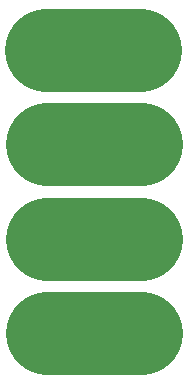
<source format=gbs>
%TF.GenerationSoftware,KiCad,Pcbnew,4.0.5-e0-6337~49~ubuntu16.04.1*%
%TF.CreationDate,2017-01-18T14:25:02-08:00*%
%TF.ProjectId,2x4-Cap-Touch-Slider,3278342D4361702D546F7563682D536C,1.0*%
%TF.FileFunction,Soldermask,Bot*%
%FSLAX46Y46*%
G04 Gerber Fmt 4.6, Leading zero omitted, Abs format (unit mm)*
G04 Created by KiCad (PCBNEW 4.0.5-e0-6337~49~ubuntu16.04.1) date Wed Jan 18 14:25:02 2017*
%MOMM*%
%LPD*%
G01*
G04 APERTURE LIST*
%ADD10C,0.350000*%
%ADD11C,7.000000*%
G04 APERTURE END LIST*
D10*
D11*
X148563600Y-81511600D02*
X140563600Y-81511600D01*
X148639800Y-89512600D02*
X140639800Y-89512600D01*
X148639800Y-97488200D02*
X140639800Y-97488200D01*
X148639800Y-105514600D02*
X140639800Y-105514600D01*
D10*
G36*
X140886710Y-102437447D02*
X141477655Y-102558751D01*
X142033798Y-102792532D01*
X142533934Y-103129878D01*
X142959021Y-103557943D01*
X143292866Y-104060421D01*
X143522756Y-104618176D01*
X143639864Y-105209614D01*
X143639864Y-105209624D01*
X143639931Y-105209963D01*
X143630310Y-105899016D01*
X143630233Y-105899354D01*
X143630233Y-105899362D01*
X143496657Y-106487301D01*
X143251285Y-107038416D01*
X142903537Y-107531378D01*
X142466662Y-107947409D01*
X141957300Y-108270661D01*
X141394854Y-108488819D01*
X140800747Y-108593576D01*
X140197603Y-108580942D01*
X139608400Y-108451397D01*
X139055582Y-108209877D01*
X138560207Y-107865582D01*
X138141137Y-107431623D01*
X137814338Y-106924530D01*
X137592256Y-106363614D01*
X137483355Y-105770258D01*
X137491777Y-105167041D01*
X137617206Y-104576947D01*
X137854859Y-104022458D01*
X138195691Y-103524688D01*
X138626712Y-103102600D01*
X139131513Y-102772268D01*
X139690859Y-102546277D01*
X140283445Y-102433236D01*
X140886710Y-102437447D01*
X140886710Y-102437447D01*
G37*
G36*
X148886710Y-102437447D02*
X149477655Y-102558751D01*
X150033798Y-102792532D01*
X150533934Y-103129878D01*
X150959021Y-103557943D01*
X151292866Y-104060421D01*
X151522756Y-104618176D01*
X151639864Y-105209614D01*
X151639864Y-105209624D01*
X151639931Y-105209963D01*
X151630310Y-105899016D01*
X151630233Y-105899354D01*
X151630233Y-105899362D01*
X151496657Y-106487301D01*
X151251285Y-107038416D01*
X150903537Y-107531378D01*
X150466662Y-107947409D01*
X149957300Y-108270661D01*
X149394854Y-108488819D01*
X148800747Y-108593576D01*
X148197603Y-108580942D01*
X147608400Y-108451397D01*
X147055582Y-108209877D01*
X146560207Y-107865582D01*
X146141137Y-107431623D01*
X145814338Y-106924530D01*
X145592256Y-106363614D01*
X145483355Y-105770258D01*
X145491777Y-105167041D01*
X145617206Y-104576947D01*
X145854859Y-104022458D01*
X146195691Y-103524688D01*
X146626712Y-103102600D01*
X147131513Y-102772268D01*
X147690859Y-102546277D01*
X148283445Y-102433236D01*
X148886710Y-102437447D01*
X148886710Y-102437447D01*
G37*
G36*
X140886710Y-94437447D02*
X141477655Y-94558751D01*
X142033798Y-94792532D01*
X142533934Y-95129878D01*
X142959021Y-95557943D01*
X143292866Y-96060421D01*
X143522756Y-96618176D01*
X143639864Y-97209614D01*
X143639864Y-97209624D01*
X143639931Y-97209963D01*
X143630310Y-97899016D01*
X143630233Y-97899354D01*
X143630233Y-97899362D01*
X143496657Y-98487301D01*
X143251285Y-99038416D01*
X142903537Y-99531378D01*
X142466662Y-99947409D01*
X141957300Y-100270661D01*
X141394854Y-100488819D01*
X140800747Y-100593576D01*
X140197603Y-100580942D01*
X139608400Y-100451397D01*
X139055582Y-100209877D01*
X138560207Y-99865582D01*
X138141137Y-99431623D01*
X137814338Y-98924530D01*
X137592256Y-98363614D01*
X137483355Y-97770258D01*
X137491777Y-97167041D01*
X137617206Y-96576947D01*
X137854859Y-96022458D01*
X138195691Y-95524688D01*
X138626712Y-95102600D01*
X139131513Y-94772268D01*
X139690859Y-94546277D01*
X140283445Y-94433236D01*
X140886710Y-94437447D01*
X140886710Y-94437447D01*
G37*
G36*
X148886710Y-94437447D02*
X149477655Y-94558751D01*
X150033798Y-94792532D01*
X150533934Y-95129878D01*
X150959021Y-95557943D01*
X151292866Y-96060421D01*
X151522756Y-96618176D01*
X151639864Y-97209614D01*
X151639864Y-97209624D01*
X151639931Y-97209963D01*
X151630310Y-97899016D01*
X151630233Y-97899354D01*
X151630233Y-97899362D01*
X151496657Y-98487301D01*
X151251285Y-99038416D01*
X150903537Y-99531378D01*
X150466662Y-99947409D01*
X149957300Y-100270661D01*
X149394854Y-100488819D01*
X148800747Y-100593576D01*
X148197603Y-100580942D01*
X147608400Y-100451397D01*
X147055582Y-100209877D01*
X146560207Y-99865582D01*
X146141137Y-99431623D01*
X145814338Y-98924530D01*
X145592256Y-98363614D01*
X145483355Y-97770258D01*
X145491777Y-97167041D01*
X145617206Y-96576947D01*
X145854859Y-96022458D01*
X146195691Y-95524688D01*
X146626712Y-95102600D01*
X147131513Y-94772268D01*
X147690859Y-94546277D01*
X148283445Y-94433236D01*
X148886710Y-94437447D01*
X148886710Y-94437447D01*
G37*
G36*
X140886710Y-86437447D02*
X141477655Y-86558751D01*
X142033798Y-86792532D01*
X142533934Y-87129878D01*
X142959021Y-87557943D01*
X143292866Y-88060421D01*
X143522756Y-88618176D01*
X143639864Y-89209614D01*
X143639864Y-89209624D01*
X143639931Y-89209963D01*
X143630310Y-89899016D01*
X143630233Y-89899354D01*
X143630233Y-89899362D01*
X143496657Y-90487301D01*
X143251285Y-91038416D01*
X142903537Y-91531378D01*
X142466662Y-91947409D01*
X141957300Y-92270661D01*
X141394854Y-92488819D01*
X140800747Y-92593576D01*
X140197603Y-92580942D01*
X139608400Y-92451397D01*
X139055582Y-92209877D01*
X138560207Y-91865582D01*
X138141137Y-91431623D01*
X137814338Y-90924530D01*
X137592256Y-90363614D01*
X137483355Y-89770258D01*
X137491777Y-89167041D01*
X137617206Y-88576947D01*
X137854859Y-88022458D01*
X138195691Y-87524688D01*
X138626712Y-87102600D01*
X139131513Y-86772268D01*
X139690859Y-86546277D01*
X140283445Y-86433236D01*
X140886710Y-86437447D01*
X140886710Y-86437447D01*
G37*
G36*
X148886710Y-86437447D02*
X149477655Y-86558751D01*
X150033798Y-86792532D01*
X150533934Y-87129878D01*
X150959021Y-87557943D01*
X151292866Y-88060421D01*
X151522756Y-88618176D01*
X151639864Y-89209614D01*
X151639864Y-89209624D01*
X151639931Y-89209963D01*
X151630310Y-89899016D01*
X151630233Y-89899354D01*
X151630233Y-89899362D01*
X151496657Y-90487301D01*
X151251285Y-91038416D01*
X150903537Y-91531378D01*
X150466662Y-91947409D01*
X149957300Y-92270661D01*
X149394854Y-92488819D01*
X148800747Y-92593576D01*
X148197603Y-92580942D01*
X147608400Y-92451397D01*
X147055582Y-92209877D01*
X146560207Y-91865582D01*
X146141137Y-91431623D01*
X145814338Y-90924530D01*
X145592256Y-90363614D01*
X145483355Y-89770258D01*
X145491777Y-89167041D01*
X145617206Y-88576947D01*
X145854859Y-88022458D01*
X146195691Y-87524688D01*
X146626712Y-87102600D01*
X147131513Y-86772268D01*
X147690859Y-86546277D01*
X148283445Y-86433236D01*
X148886710Y-86437447D01*
X148886710Y-86437447D01*
G37*
G36*
X140886710Y-78437447D02*
X141477655Y-78558751D01*
X142033798Y-78792532D01*
X142533934Y-79129878D01*
X142959021Y-79557943D01*
X143292866Y-80060421D01*
X143522756Y-80618176D01*
X143639864Y-81209614D01*
X143639864Y-81209624D01*
X143639931Y-81209963D01*
X143630310Y-81899016D01*
X143630233Y-81899354D01*
X143630233Y-81899362D01*
X143496657Y-82487301D01*
X143251285Y-83038416D01*
X142903537Y-83531378D01*
X142466662Y-83947409D01*
X141957300Y-84270661D01*
X141394854Y-84488819D01*
X140800747Y-84593576D01*
X140197603Y-84580942D01*
X139608400Y-84451397D01*
X139055582Y-84209877D01*
X138560207Y-83865582D01*
X138141137Y-83431623D01*
X137814338Y-82924530D01*
X137592256Y-82363614D01*
X137483355Y-81770258D01*
X137491777Y-81167041D01*
X137617206Y-80576947D01*
X137854859Y-80022458D01*
X138195691Y-79524688D01*
X138626712Y-79102600D01*
X139131513Y-78772268D01*
X139690859Y-78546277D01*
X140283445Y-78433236D01*
X140886710Y-78437447D01*
X140886710Y-78437447D01*
G37*
G36*
X148886710Y-78437447D02*
X149477655Y-78558751D01*
X150033798Y-78792532D01*
X150533934Y-79129878D01*
X150959021Y-79557943D01*
X151292866Y-80060421D01*
X151522756Y-80618176D01*
X151639864Y-81209614D01*
X151639864Y-81209624D01*
X151639931Y-81209963D01*
X151630310Y-81899016D01*
X151630233Y-81899354D01*
X151630233Y-81899362D01*
X151496657Y-82487301D01*
X151251285Y-83038416D01*
X150903537Y-83531378D01*
X150466662Y-83947409D01*
X149957300Y-84270661D01*
X149394854Y-84488819D01*
X148800747Y-84593576D01*
X148197603Y-84580942D01*
X147608400Y-84451397D01*
X147055582Y-84209877D01*
X146560207Y-83865582D01*
X146141137Y-83431623D01*
X145814338Y-82924530D01*
X145592256Y-82363614D01*
X145483355Y-81770258D01*
X145491777Y-81167041D01*
X145617206Y-80576947D01*
X145854859Y-80022458D01*
X146195691Y-79524688D01*
X146626712Y-79102600D01*
X147131513Y-78772268D01*
X147690859Y-78546277D01*
X148283445Y-78433236D01*
X148886710Y-78437447D01*
X148886710Y-78437447D01*
G37*
M02*

</source>
